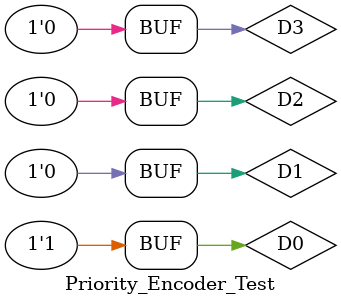
<source format=v>
`timescale 1ns / 1ps


module Priority_Encoder_Test;

	// Inputs
	reg D0;
	reg D1;
	reg D2;
	reg D3;

	// Outputs
	wire x;
	wire y;
	wire z;

	// Instantiate the Unit Under Test (UUT)
	Priority_Encoder uut (
		.D0(D0), 
		.D1(D1), 
		.D2(D2), 
		.D3(D3), 
		.x(x), 
		.y(y), 
		.z(z)
	);

	initial begin
		// Initialize Inputs
		D0 = 0;
		D1 = 0;
		D2 = 0;
		D3 = 0;

		// Wait 100 ns for global reset to finish
		#100;
      D0 = 0;
		D1 = 0;
		D2 = 0;
		D3 = 1;

		// Wait 100 ns for global reset to finish
		#100;
		D0 = 1;
		D1 = 0;
		D2 = 1;
		D3 = 0;

		// Wait 100 ns for global reset to finish
		#100;
		D0 = 1;
		D1 = 1;
		D2 = 0;
		D3 = 0;

		// Wait 100 ns for global reset to finish
		#100;
		D0 = 1;
		D1 = 0;
		D2 = 0;
		D3 = 0;

		// Wait 100 ns for global reset to finish
		#100;
		// Add stimulus here

	end
      
endmodule


</source>
